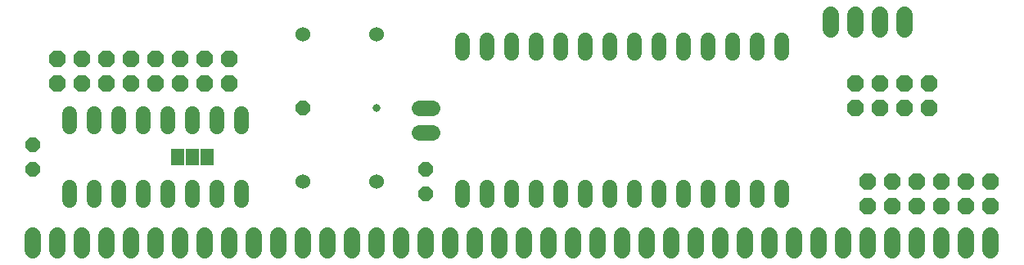
<source format=gbs>
G75*
%MOIN*%
%OFA0B0*%
%FSLAX24Y24*%
%IPPOS*%
%LPD*%
%AMOC8*
5,1,8,0,0,1.08239X$1,22.5*
%
%ADD10C,0.0316*%
%ADD11C,0.0680*%
%ADD12OC8,0.0680*%
%ADD13C,0.0600*%
%ADD14OC8,0.0600*%
%ADD15OC8,0.0595*%
%ADD16C,0.0600*%
%ADD17C,0.0640*%
%ADD18R,0.0540X0.0710*%
D10*
X014680Y006680D03*
D11*
X000680Y001480D02*
X000680Y000880D01*
X001680Y000880D02*
X001680Y001480D01*
X002680Y001480D02*
X002680Y000880D01*
X003680Y000880D02*
X003680Y001480D01*
X004680Y001480D02*
X004680Y000880D01*
X005680Y000880D02*
X005680Y001480D01*
X006680Y001480D02*
X006680Y000880D01*
X007680Y000880D02*
X007680Y001480D01*
X008680Y001480D02*
X008680Y000880D01*
X009680Y000880D02*
X009680Y001480D01*
X010680Y001480D02*
X010680Y000880D01*
X011680Y000880D02*
X011680Y001480D01*
X012680Y001480D02*
X012680Y000880D01*
X013680Y000880D02*
X013680Y001480D01*
X014680Y001480D02*
X014680Y000880D01*
X015680Y000880D02*
X015680Y001480D01*
X016680Y001480D02*
X016680Y000880D01*
X017680Y000880D02*
X017680Y001480D01*
X018680Y001480D02*
X018680Y000880D01*
X019680Y000880D02*
X019680Y001480D01*
X020680Y001480D02*
X020680Y000880D01*
X021680Y000880D02*
X021680Y001480D01*
X022680Y001480D02*
X022680Y000880D01*
X023680Y000880D02*
X023680Y001480D01*
X024680Y001480D02*
X024680Y000880D01*
X025680Y000880D02*
X025680Y001480D01*
X026680Y001480D02*
X026680Y000880D01*
X027680Y000880D02*
X027680Y001480D01*
X028680Y001480D02*
X028680Y000880D01*
X029680Y000880D02*
X029680Y001480D01*
X030680Y001480D02*
X030680Y000880D01*
X031680Y000880D02*
X031680Y001480D01*
X032680Y001480D02*
X032680Y000880D01*
X033680Y000880D02*
X033680Y001480D01*
X034680Y001480D02*
X034680Y000880D01*
X035680Y000880D02*
X035680Y001480D01*
X036680Y001480D02*
X036680Y000880D01*
X037680Y000880D02*
X037680Y001480D01*
X038680Y001480D02*
X038680Y000880D01*
X039680Y000880D02*
X039680Y001480D01*
X036180Y009880D02*
X036180Y010480D01*
X035180Y010480D02*
X035180Y009880D01*
X034180Y009880D02*
X034180Y010480D01*
X033180Y010480D02*
X033180Y009880D01*
D12*
X034180Y007680D03*
X035180Y007680D03*
X036180Y007680D03*
X037180Y007680D03*
X037180Y006680D03*
X036180Y006680D03*
X035180Y006680D03*
X034180Y006680D03*
X034680Y003680D03*
X035680Y003680D03*
X036680Y003680D03*
X037680Y003680D03*
X038680Y003680D03*
X039680Y003680D03*
X039680Y002680D03*
X038680Y002680D03*
X037680Y002680D03*
X036680Y002680D03*
X035680Y002680D03*
X034680Y002680D03*
X008680Y007680D03*
X007680Y007680D03*
X006680Y007680D03*
X005680Y007680D03*
X004680Y007680D03*
X003680Y007680D03*
X002680Y007680D03*
X001680Y007680D03*
X001680Y008680D03*
X002680Y008680D03*
X003680Y008680D03*
X004680Y008680D03*
X005680Y008680D03*
X006680Y008680D03*
X007680Y008680D03*
X008680Y008680D03*
D13*
X011680Y009680D03*
X014680Y009680D03*
X014680Y003680D03*
X011680Y003680D03*
D14*
X016680Y003180D03*
X016680Y004180D03*
X000680Y004180D03*
X000680Y005180D03*
D15*
X011680Y006680D03*
D16*
X009180Y006440D02*
X009180Y005920D01*
X008180Y005920D02*
X008180Y006440D01*
X007180Y006440D02*
X007180Y005920D01*
X006180Y005920D02*
X006180Y006440D01*
X005180Y006440D02*
X005180Y005920D01*
X004180Y005920D02*
X004180Y006440D01*
X003180Y006440D02*
X003180Y005920D01*
X002180Y005920D02*
X002180Y006440D01*
X002180Y003440D02*
X002180Y002920D01*
X003180Y002920D02*
X003180Y003440D01*
X004180Y003440D02*
X004180Y002920D01*
X005180Y002920D02*
X005180Y003440D01*
X006180Y003440D02*
X006180Y002920D01*
X007180Y002920D02*
X007180Y003440D01*
X008180Y003440D02*
X008180Y002920D01*
X009180Y002920D02*
X009180Y003440D01*
X018180Y003440D02*
X018180Y002920D01*
X019180Y002920D02*
X019180Y003440D01*
X020180Y003440D02*
X020180Y002920D01*
X021180Y002920D02*
X021180Y003440D01*
X022180Y003440D02*
X022180Y002920D01*
X023180Y002920D02*
X023180Y003440D01*
X024180Y003440D02*
X024180Y002920D01*
X025180Y002920D02*
X025180Y003440D01*
X026180Y003440D02*
X026180Y002920D01*
X027180Y002920D02*
X027180Y003440D01*
X028180Y003440D02*
X028180Y002920D01*
X029180Y002920D02*
X029180Y003440D01*
X030180Y003440D02*
X030180Y002920D01*
X031180Y002920D02*
X031180Y003440D01*
X031180Y008920D02*
X031180Y009440D01*
X030180Y009440D02*
X030180Y008920D01*
X029180Y008920D02*
X029180Y009440D01*
X028180Y009440D02*
X028180Y008920D01*
X027180Y008920D02*
X027180Y009440D01*
X026180Y009440D02*
X026180Y008920D01*
X025180Y008920D02*
X025180Y009440D01*
X024180Y009440D02*
X024180Y008920D01*
X023180Y008920D02*
X023180Y009440D01*
X022180Y009440D02*
X022180Y008920D01*
X021180Y008920D02*
X021180Y009440D01*
X020180Y009440D02*
X020180Y008920D01*
X019180Y008920D02*
X019180Y009440D01*
X018180Y009440D02*
X018180Y008920D01*
D17*
X016960Y006680D02*
X016400Y006680D01*
X016400Y005680D02*
X016960Y005680D01*
D18*
X007780Y004680D03*
X007180Y004680D03*
X006580Y004680D03*
M02*

</source>
